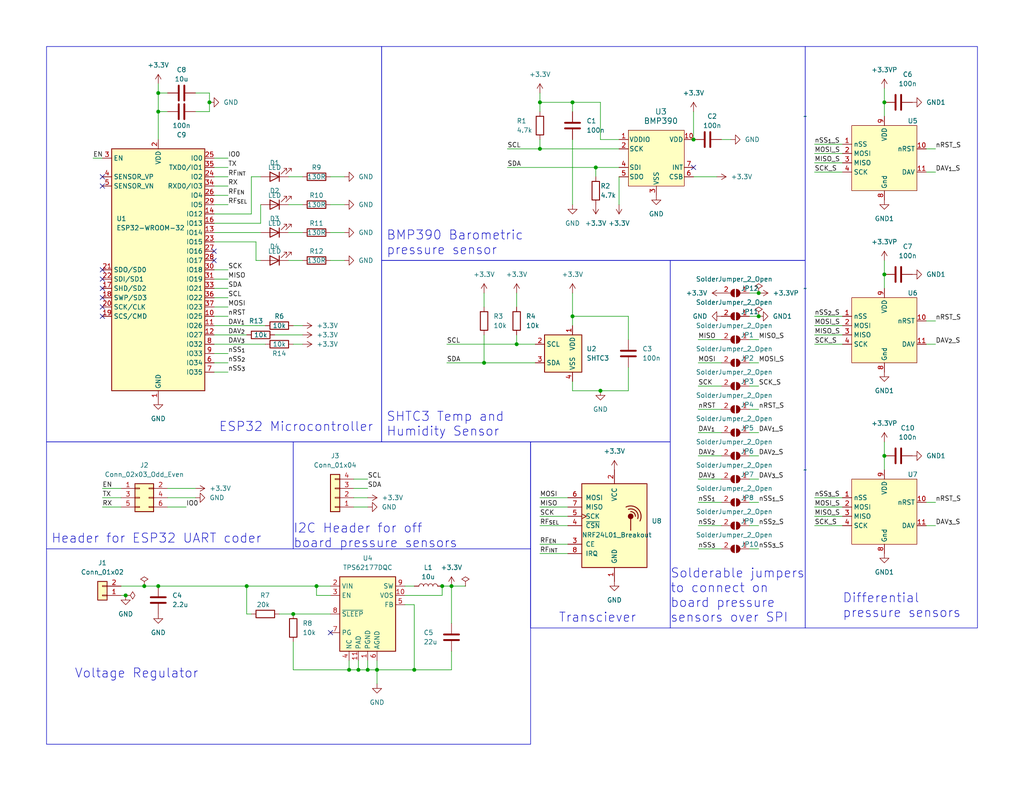
<source format=kicad_sch>
(kicad_sch (version 20230121) (generator eeschema)
  (paper "USLetter")
  (title_block (title "Weather Station Main Board") (date "2023-12-05") (rev "V_01"))
  (lib_symbols
    (symbol "2023-12-02_16-58-31:BMP390" (pin_names (offset 0.254))
      (property "Reference" "U" (at 21.59 6.35 0))
      (property "Value" "BMP390" (at 21.59 3.81 0))
      (symbol "BMP390_1_1"
        (pin power_in line (at 5.08 0 0) (length 2.54) (name "VDDIO") (number "1"))
        (pin power_in line (at 25.4 0 180) (length 2.54) (name "VDD") (number "10"))
        (pin input line (at 5.08 -2.54 0) (length 2.54) (name "SCK") (number "2"))
        (pin power_in line (at 15.24 -15.24 90) (length 2.54) (name "VSS") (number "3"))
        (pin bidirectional line (at 5.08 -7.62 0) (length 2.54) (name "SDI") (number "4"))
        (pin bidirectional line (at 5.08 -10.16 0) (length 2.54) (name "SDO") (number "5"))
        (pin input line (at 25.4 -10.16 180) (length 2.54) (name "CSB") (number "6"))
        (pin input line (at 25.4 -7.62 180) (length 2.54) (name "INT") (number "7"))
        (pin power_in line (at 15.24 -15.24 90) (length 2.54) hide (name "VSS") (number "8"))
        (pin power_in line (at 15.24 -15.24 90) (length 2.54) hide (name "VSS") (number "9"))
      )
    )
    (symbol "Connector_Generic:Conn_01x02" (pin_names (offset 1.016) hide)
      (property "Reference" "J" (at 0 2.54 0))
      (property "Value" "Conn_01x02" (at 0 -5.08 0))
      (symbol "Conn_01x02_1_1"
        (pin passive line (at -5.08 0 0) (length 3.81) (name "Pin_1") (number "1"))
        (pin passive line (at -5.08 -2.54 0) (length 3.81) (name "Pin_2") (number "2"))
      )
    )
    (symbol "Connector_Generic:Conn_01x04" (pin_names (offset 1.016) hide)
      (property "Reference" "J" (at 0 5.08 0))
      (property "Value" "Conn_01x04" (at 0 -7.62 0))
      (symbol "Conn_01x04_1_1"
        (pin passive line (at -5.08 2.54 0) (length 3.81) (name "Pin_1") (number "1"))
        (pin passive line (at -5.08 0 0) (length 3.81) (name "Pin_2") (number "2"))
        (pin passive line (at -5.08 -2.54 0) (length 3.81) (name "Pin_3") (number "3"))
        (pin passive line (at -5.08 -5.08 0) (length 3.81) (name "Pin_4") (number "4"))
      )
    )
    (symbol "Connector_Generic:Conn_02x03_Odd_Even" (pin_names (offset 1.016) hide)
      (property "Reference" "J" (at 1.27 5.08 0))
      (property "Value" "Conn_02x03_Odd_Even" (at 1.27 -5.08 0))
      (symbol "Conn_02x03_Odd_Even_1_1"
        (pin passive line (at -5.08 2.54 0) (length 3.81) (name "Pin_1") (number "1"))
        (pin passive line (at 7.62 2.54 180) (length 3.81) (name "Pin_2") (number "2"))
        (pin passive line (at -5.08 0 0) (length 3.81) (name "Pin_3") (number "3"))
        (pin passive line (at 7.62 0 180) (length 3.81) (name "Pin_4") (number "4"))
        (pin passive line (at -5.08 -2.54 0) (length 3.81) (name "Pin_5") (number "5"))
        (pin passive line (at 7.62 -2.54 180) (length 3.81) (name "Pin_6") (number "6"))
      )
    )
    (symbol "Device:C" (pin_numbers hide) (pin_names (offset 0.254))
      (property "Reference" "C" (at 0.635 2.54 0))
      (property "Value" "C" (at 0.635 -2.54 0))
      (symbol "C_1_1"
        (pin passive line (at 0 3.81 270) (length 2.794) (name "~") (number "1"))
        (pin passive line (at 0 -3.81 90) (length 2.794) (name "~") (number "2"))
      )
    )
    (symbol "Device:L" (pin_numbers hide) (pin_names (offset 1.016) hide)
      (property "Reference" "L" (at -1.27 0 90))
      (property "Value" "L" (at 1.905 0 90))
      (symbol "L_1_1"
        (pin passive line (at 0 3.81 270) (length 1.27) (name "1") (number "1"))
        (pin passive line (at 0 -3.81 90) (length 1.27) (name "2") (number "2"))
      )
    )
    (symbol "Device:LED" (pin_numbers hide) (pin_names (offset 1.016) hide)
      (property "Reference" "D" (at 0 2.54 0))
      (property "Value" "LED" (at 0 -2.54 0))
      (symbol "LED_1_1"
        (pin passive line (at -3.81 0 0) (length 2.54) (name "K") (number "1"))
        (pin passive line (at 3.81 0 180) (length 2.54) (name "A") (number "2"))
      )
    )
    (symbol "Device:R" (pin_numbers hide) (pin_names (offset 0))
      (property "Reference" "R" (at 2.032 0 90))
      (property "Value" "R" (at 0 0 90))
      (symbol "R_1_1"
        (pin passive line (at 0 3.81 270) (length 1.27) (name "~") (number "1"))
        (pin passive line (at 0 -3.81 90) (length 1.27) (name "~") (number "2"))
      )
    )
    (symbol "Jumper:SolderJumper_2_Open" (pin_names (offset 0) hide)
      (property "Reference" "JP" (at 0 2.032 0))
      (property "Value" "SolderJumper_2_Open" (at 0 -2.54 0))
      (symbol "SolderJumper_2_Open_1_1"
        (pin passive line (at -3.81 0 0) (length 2.54) (name "A") (number "1"))
        (pin passive line (at 3.81 0 180) (length 2.54) (name "B") (number "2"))
      )
    )
    (symbol "Mechanical:MountingHole" (pin_names (offset 1.016))
      (property "Reference" "H" (at 0 5.08 0))
      (property "Value" "MountingHole" (at 0 3.175 0))
    )
    (symbol "ND005:ND005"
      (property "Reference" "U" (at 7.62 10.16 0))
      (symbol "ND005_1_1"
        (pin input line (at -11.43 3.81 0) (length 2.54) (name "nSS") (number "1"))
        (pin input line (at 11.43 2.54 180) (length 2.54) (name "nRST") (number "10"))
        (pin output line (at 11.43 -3.81 180) (length 2.54) (name "DAV") (number "11"))
        (pin input line (at -11.43 1.27 0) (length 2.54) (name "MOSI") (number "2"))
        (pin bidirectional line (at -11.43 -1.27 0) (length 2.54) (name "MISO") (number "3"))
        (pin input line (at -11.43 -3.81 0) (length 2.54) (name "SCK") (number "4"))
        (pin no_connect line (at -1.27 2.54 180) (length 2.54) hide (name "DNC") (number "5"))
        (pin no_connect line (at -1.27 -2.54 180) (length 2.54) hide (name "DNC") (number "6"))
        (pin no_connect line (at -1.27 0 180) (length 2.54) hide (name "DNC") (number "7"))
        (pin power_in line (at 0 -11.43 90) (length 2.54) (name "Gnd") (number "8"))
        (pin power_in line (at 0 11.43 270) (length 2.54) (name "VDD") (number "9"))
      )
    )
    (symbol "RF:NRF24L01_Breakout" (pin_names (offset 1.016))
      (property "Reference" "U" (at -8.89 12.7 0))
      (property "Value" "NRF24L01_Breakout" (at 3.81 12.7 0))
      (symbol "NRF24L01_Breakout_1_1"
        (pin power_in line (at 0 -15.24 90) (length 3.81) (name "GND") (number "1"))
        (pin power_in line (at 0 15.24 270) (length 3.81) (name "VCC") (number "2"))
        (pin input line (at -12.7 -5.08 0) (length 3.81) (name "CE") (number "3"))
        (pin input line (at -12.7 0 0) (length 3.81) (name "~{CSN}") (number "4"))
        (pin input clock (at -12.7 2.54 0) (length 3.81) (name "SCK") (number "5"))
        (pin input line (at -12.7 7.62 0) (length 3.81) (name "MOSI") (number "6"))
        (pin output line (at -12.7 5.08 0) (length 3.81) (name "MISO") (number "7"))
        (pin output line (at -12.7 -7.62 0) (length 3.81) (name "IRQ") (number "8"))
      )
    )
    (symbol "RF_Module:ESP32-WROOM-32D"
      (property "Reference" "U" (at -12.7 34.29 0))
      (property "Value" "ESP32-WROOM-32D" (at 1.27 34.29 0))
      (symbol "ESP32-WROOM-32D_1_1"
        (pin power_in line (at 0 -35.56 90) (length 2.54) (name "GND") (number "1"))
        (pin bidirectional line (at 15.24 -12.7 180) (length 2.54) (name "IO25") (number "10"))
        (pin bidirectional line (at 15.24 -15.24 180) (length 2.54) (name "IO26") (number "11"))
        (pin bidirectional line (at 15.24 -17.78 180) (length 2.54) (name "IO27") (number "12"))
        (pin bidirectional line (at 15.24 10.16 180) (length 2.54) (name "IO14") (number "13"))
        (pin bidirectional line (at 15.24 15.24 180) (length 2.54) (name "IO12") (number "14"))
        (pin passive line (at 0 -35.56 90) (length 2.54) hide (name "GND") (number "15"))
        (pin bidirectional line (at 15.24 12.7 180) (length 2.54) (name "IO13") (number "16"))
        (pin bidirectional line (at -15.24 -5.08 0) (length 2.54) (name "SHD/SD2") (number "17"))
        (pin bidirectional line (at -15.24 -7.62 0) (length 2.54) (name "SWP/SD3") (number "18"))
        (pin bidirectional line (at -15.24 -12.7 0) (length 2.54) (name "SCS/CMD") (number "19"))
        (pin power_in line (at 0 35.56 270) (length 2.54) (name "VDD") (number "2"))
        (pin bidirectional line (at -15.24 -10.16 0) (length 2.54) (name "SCK/CLK") (number "20"))
        (pin bidirectional line (at -15.24 0 0) (length 2.54) (name "SDO/SD0") (number "21"))
        (pin bidirectional line (at -15.24 -2.54 0) (length 2.54) (name "SDI/SD1") (number "22"))
        (pin bidirectional line (at 15.24 7.62 180) (length 2.54) (name "IO15") (number "23"))
        (pin bidirectional line (at 15.24 25.4 180) (length 2.54) (name "IO2") (number "24"))
        (pin bidirectional line (at 15.24 30.48 180) (length 2.54) (name "IO0") (number "25"))
        (pin bidirectional line (at 15.24 20.32 180) (length 2.54) (name "IO4") (number "26"))
        (pin bidirectional line (at 15.24 5.08 180) (length 2.54) (name "IO16") (number "27"))
        (pin bidirectional line (at 15.24 2.54 180) (length 2.54) (name "IO17") (number "28"))
        (pin bidirectional line (at 15.24 17.78 180) (length 2.54) (name "IO5") (number "29"))
        (pin input line (at -15.24 30.48 0) (length 2.54) (name "EN") (number "3"))
        (pin bidirectional line (at 15.24 0 180) (length 2.54) (name "IO18") (number "30"))
        (pin bidirectional line (at 15.24 -2.54 180) (length 2.54) (name "IO19") (number "31"))
        (pin no_connect line (at -12.7 -27.94 0) (length 2.54) hide (name "NC") (number "32"))
        (pin bidirectional line (at 15.24 -5.08 180) (length 2.54) (name "IO21") (number "33"))
        (pin bidirectional line (at 15.24 22.86 180) (length 2.54) (name "RXD0/IO3") (number "34"))
        (pin bidirectional line (at 15.24 27.94 180) (length 2.54) (name "TXD0/IO1") (number "35"))
        (pin bidirectional line (at 15.24 -7.62 180) (length 2.54) (name "IO22") (number "36"))
        (pin bidirectional line (at 15.24 -10.16 180) (length 2.54) (name "IO23") (number "37"))
        (pin passive line (at 0 -35.56 90) (length 2.54) hide (name "GND") (number "38"))
        (pin passive line (at 0 -35.56 90) (length 2.54) hide (name "GND") (number "39"))
        (pin input line (at -15.24 25.4 0) (length 2.54) (name "SENSOR_VP") (number "4"))
        (pin input line (at -15.24 22.86 0) (length 2.54) (name "SENSOR_VN") (number "5"))
        (pin input line (at 15.24 -25.4 180) (length 2.54) (name "IO34") (number "6"))
        (pin input line (at 15.24 -27.94 180) (length 2.54) (name "IO35") (number "7"))
        (pin bidirectional line (at 15.24 -20.32 180) (length 2.54) (name "IO32") (number "8"))
        (pin bidirectional line (at 15.24 -22.86 180) (length 2.54) (name "IO33") (number "9"))
      )
    )
    (symbol "Regulator_Switching:TPS62177DQC"
      (property "Reference" "U" (at -7.62 11.43 0))
      (property "Value" "TPS62177DQC" (at -1.27 11.43 0))
      (symbol "TPS62177DQC_1_1"
        (pin power_in line (at 0 -12.7 90) (length 2.54) (name "PGND") (number "1"))
        (pin input line (at 10.16 5.08 180) (length 2.54) (name "VOS") (number "10"))
        (pin power_in line (at -2.54 -12.7 90) (length 2.54) (name "PAD") (number "11"))
        (pin power_in line (at -10.16 7.62 0) (length 2.54) (name "VIN") (number "2"))
        (pin input line (at -10.16 5.08 0) (length 2.54) (name "EN") (number "3"))
        (pin passive line (at -5.08 -12.7 90) (length 2.54) (name "NC") (number "4"))
        (pin input line (at 10.16 2.54 180) (length 2.54) (name "FB") (number "5"))
        (pin power_in line (at 2.54 -12.7 90) (length 2.54) (name "AGND") (number "6"))
        (pin output line (at -10.16 -5.08 0) (length 2.54) (name "PG") (number "7"))
        (pin input line (at -10.16 0 0) (length 2.54) (name "~{SLEEP}") (number "8"))
        (pin power_out line (at 10.16 7.62 180) (length 2.54) (name "SW") (number "9"))
      )
    )
    (symbol "Sensor_Humidity:SHTC3"
      (property "Reference" "U" (at -3.81 6.35 0))
      (property "Value" "SHTC3" (at -2.54 -6.35 0))
      (symbol "SHTC3_1_1"
        (pin power_in line (at 2.54 7.62 270) (length 2.54) (name "VDD") (number "1"))
        (pin input line (at -7.62 2.54 0) (length 2.54) (name "SCL") (number "2"))
        (pin bidirectional line (at -7.62 -2.54 0) (length 2.54) (name "SDA") (number "3"))
        (pin power_in line (at 2.54 -7.62 90) (length 2.54) (name "VSS") (number "4"))
        (pin no_connect line (at 5.08 0 180) (length 2.54) hide (name "NC") (number "5"))
      )
    )
    (symbol "power:+3.3V" (power) (pin_names (offset 0))
      (property "Value" "+3.3V" (at 0 3.556 0))
      (symbol "+3.3V_1_1"
        (pin power_in line (at 0 0 90) (length 0) hide (name "+3.3V") (number "1"))
      )
    )
    (symbol "power:+3.3VP" (power) (pin_names (offset 0))
      (property "Value" "+3.3VP" (at 0 2.54 0))
      (symbol "+3.3VP_0_0"
        (pin power_in line (at 0 0 90) (length 0) hide (name "+3.3VP") (number "1"))
      )
    )
    (symbol "power:GND" (power) (pin_names (offset 0))
      (property "Value" "GND" (at 0 -3.81 0))
      (symbol "GND_1_1"
        (pin power_in line (at 0 0 270) (length 0) hide (name "GND") (number "1"))
      )
    )
    (symbol "power:GND1" (power) (pin_names (offset 0))
      (property "Value" "GND1" (at 0 -3.81 0))
      (symbol "GND1_1_1"
        (pin power_in line (at 0 0 270) (length 0) hide (name "GND1") (number "1"))
      )
    )
    (symbol "power:PWR_FLAG" (power) (pin_numbers hide) (pin_names (offset 0) hide)
      (property "Value" "PWR_FLAG" (at 0 3.81 0))
      (symbol "PWR_FLAG_0_0"
        (pin power_out line (at 0 0 90) (length 0) (name "pwr") (number "1"))
      )
    )
  )
  (junction (at 162.56 45.72))
  (junction (at 43.18 30.48))
  (junction (at 39.37 160.02))
  (junction (at 156.21 86.36))
  (junction (at 67.31 160.02))
  (junction (at 147.32 27.94))
  (junction (at 97.79 182.88))
  (junction (at 34.29 162.56))
  (junction (at 80.01 167.64))
  (junction (at 241.3 74.93))
  (junction (at 189.23 38.1))
  (junction (at 57.15 27.94))
  (junction (at 147.32 40.64))
  (junction (at 95.25 182.88))
  (junction (at 132.08 99.06))
  (junction (at 43.18 25.4))
  (junction (at 207.01 86.36))
  (junction (at 163.83 106.68))
  (junction (at 241.3 124.46))
  (junction (at 207.01 80.01))
  (junction (at 43.18 160.02))
  (junction (at 123.19 160.02))
  (junction (at 120.65 160.02))
  (junction (at 140.97 93.98))
  (junction (at 86.36 160.02))
  (junction (at 241.3 27.94))
  (junction (at 102.87 182.88))
  (junction (at 100.33 182.88))
  (junction (at 156.21 27.94))
  (junction (at 113.03 182.88))
  (no_connect (at 58.42 71.12))
  (no_connect (at 58.42 68.58))
  (no_connect (at 27.94 50.8))
  (no_connect (at 27.94 76.2))
  (no_connect (at 27.94 73.66))
  (no_connect (at 27.94 81.28))
  (no_connect (at 27.94 83.82))
  (no_connect (at 27.94 86.36))
  (no_connect (at 189.23 45.72))
  (no_connect (at 27.94 48.26))
  (no_connect (at 90.17 172.72))
  (no_connect (at 27.94 78.74))
  (wire (pts (xy 121.92 93.98) (xy 140.97 93.98)))
  (wire (pts (xy 110.49 162.56) (xy 120.65 162.56)))
  (wire (pts (xy 222.25 140.97) (xy 229.87 140.97)))
  (wire (pts (xy 80.01 175.26) (xy 80.01 182.88)))
  (wire (pts (xy 204.47 111.76) (xy 207.01 111.76)))
  (wire (pts (xy 123.19 160.02) (xy 127 160.02)))
  (wire (pts (xy 140.97 80.01) (xy 140.97 83.82)))
  (wire (pts (xy 45.72 25.4) (xy 43.18 25.4)))
  (wire (pts (xy 171.45 100.33) (xy 171.45 106.68)))
  (wire (pts (xy 190.5 118.11) (xy 196.85 118.11)))
  (wire (pts (xy 162.56 45.72) (xy 168.91 45.72)))
  (wire (pts (xy 132.08 91.44) (xy 132.08 99.06)))
  (wire (pts (xy 222.25 88.9) (xy 229.87 88.9)))
  (wire (pts (xy 58.42 63.5) (xy 71.12 63.5)))
  (wire (pts (xy 163.83 27.94) (xy 156.21 27.94)))
  (wire (pts (xy 33.02 160.02) (xy 39.37 160.02)))
  (wire (pts (xy 252.73 46.99) (xy 255.27 46.99)))
  (wire (pts (xy 222.25 138.43) (xy 229.87 138.43)))
  (wire (pts (xy 102.87 182.88) (xy 102.87 186.69)))
  (wire (pts (xy 53.34 25.4) (xy 57.15 25.4)))
  (wire (pts (xy 39.37 160.02) (xy 43.18 160.02)))
  (wire (pts (xy 147.32 40.64) (xy 168.91 40.64)))
  (wire (pts (xy 156.21 38.1) (xy 156.21 55.88)))
  (wire (pts (xy 58.42 73.66) (xy 62.23 73.66)))
  (wire (pts (xy 71.12 60.96) (xy 71.12 55.88)))
  (wire (pts (xy 58.42 50.8) (xy 62.23 50.8)))
  (wire (pts (xy 58.42 45.72) (xy 62.23 45.72)))
  (wire (pts (xy 33.02 162.56) (xy 34.29 162.56)))
  (wire (pts (xy 68.58 58.42) (xy 68.58 48.26)))
  (wire (pts (xy 147.32 151.13) (xy 154.94 151.13)))
  (wire (pts (xy 241.3 27.94) (xy 241.3 31.75)))
  (wire (pts (xy 100.33 182.88) (xy 102.87 182.88)))
  (wire (pts (xy 27.94 138.43) (xy 33.02 138.43)))
  (wire (pts (xy 252.73 93.98) (xy 255.27 93.98)))
  (wire (pts (xy 222.25 44.45) (xy 229.87 44.45)))
  (wire (pts (xy 241.3 74.93) (xy 241.3 78.74)))
  (wire (pts (xy 156.21 86.36) (xy 171.45 86.36)))
  (wire (pts (xy 204.47 105.41) (xy 207.01 105.41)))
  (wire (pts (xy 147.32 138.43) (xy 154.94 138.43)))
  (wire (pts (xy 90.17 63.5) (xy 93.98 63.5)))
  (wire (pts (xy 252.73 137.16) (xy 255.27 137.16)))
  (wire (pts (xy 156.21 86.36) (xy 156.21 88.9)))
  (wire (pts (xy 74.93 91.44) (xy 82.55 91.44)))
  (wire (pts (xy 58.42 88.9) (xy 72.39 88.9)))
  (wire (pts (xy 241.3 124.46) (xy 241.3 128.27)))
  (wire (pts (xy 53.34 30.48) (xy 57.15 30.48)))
  (wire (pts (xy 86.36 160.02) (xy 86.36 162.56)))
  (wire (pts (xy 67.31 160.02) (xy 86.36 160.02)))
  (wire (pts (xy 97.79 182.88) (xy 100.33 182.88)))
  (wire (pts (xy 163.83 27.94) (xy 163.83 38.1)))
  (wire (pts (xy 140.97 93.98) (xy 146.05 93.98)))
  (wire (pts (xy 25.4 43.18) (xy 27.94 43.18)))
  (wire (pts (xy 140.97 91.44) (xy 140.97 93.98)))
  (wire (pts (xy 43.18 25.4) (xy 43.18 30.48)))
  (wire (pts (xy 58.42 96.52) (xy 62.23 96.52)))
  (wire (pts (xy 67.31 160.02) (xy 67.31 167.64)))
  (wire (pts (xy 147.32 38.1) (xy 147.32 40.64)))
  (wire (pts (xy 62.23 81.28) (xy 58.42 81.28)))
  (wire (pts (xy 190.5 111.76) (xy 196.85 111.76)))
  (wire (pts (xy 222.25 39.37) (xy 229.87 39.37)))
  (wire (pts (xy 147.32 143.51) (xy 154.94 143.51)))
  (wire (pts (xy 190.5 105.41) (xy 196.85 105.41)))
  (wire (pts (xy 222.25 46.99) (xy 229.87 46.99)))
  (wire (pts (xy 45.72 138.43) (xy 50.8 138.43)))
  (wire (pts (xy 110.49 160.02) (xy 113.03 160.02)))
  (wire (pts (xy 43.18 160.02) (xy 67.31 160.02)))
  (wire (pts (xy 222.25 41.91) (xy 229.87 41.91)))
  (wire (pts (xy 162.56 45.72) (xy 162.56 48.26)))
  (wire (pts (xy 138.43 40.64) (xy 147.32 40.64)))
  (wire (pts (xy 190.5 143.51) (xy 196.85 143.51)))
  (wire (pts (xy 27.94 133.35) (xy 33.02 133.35)))
  (wire (pts (xy 222.25 91.44) (xy 229.87 91.44)))
  (wire (pts (xy 222.25 93.98) (xy 229.87 93.98)))
  (wire (pts (xy 58.42 53.34) (xy 62.23 53.34)))
  (wire (pts (xy 102.87 180.34) (xy 102.87 182.88)))
  (wire (pts (xy 80.01 167.64) (xy 90.17 167.64)))
  (wire (pts (xy 138.43 45.72) (xy 162.56 45.72)))
  (wire (pts (xy 171.45 86.36) (xy 171.45 92.71)))
  (wire (pts (xy 57.15 30.48) (xy 57.15 27.94)))
  (wire (pts (xy 156.21 104.14) (xy 156.21 106.68)))
  (wire (pts (xy 58.42 101.6) (xy 62.23 101.6)))
  (wire (pts (xy 96.52 133.35) (xy 100.33 133.35)))
  (wire (pts (xy 132.08 99.06) (xy 146.05 99.06)))
  (wire (pts (xy 189.23 48.26) (xy 195.58 48.26)))
  (wire (pts (xy 132.08 80.01) (xy 132.08 83.82)))
  (wire (pts (xy 204.47 130.81) (xy 207.01 130.81)))
  (wire (pts (xy 123.19 160.02) (xy 123.19 170.18)))
  (wire (pts (xy 113.03 182.88) (xy 123.19 182.88)))
  (wire (pts (xy 123.19 177.8) (xy 123.19 182.88)))
  (wire (pts (xy 78.74 55.88) (xy 82.55 55.88)))
  (wire (pts (xy 241.3 120.65) (xy 241.3 124.46)))
  (wire (pts (xy 168.91 55.88) (xy 168.91 48.26)))
  (wire (pts (xy 189.23 30.48) (xy 189.23 38.1)))
  (wire (pts (xy 147.32 140.97) (xy 154.94 140.97)))
  (wire (pts (xy 241.3 24.13) (xy 241.3 27.94)))
  (wire (pts (xy 190.5 92.71) (xy 196.85 92.71)))
  (wire (pts (xy 95.25 182.88) (xy 97.79 182.88)))
  (wire (pts (xy 147.32 135.89) (xy 154.94 135.89)))
  (wire (pts (xy 113.03 165.1) (xy 113.03 182.88)))
  (wire (pts (xy 58.42 48.26) (xy 62.23 48.26)))
  (wire (pts (xy 43.18 30.48) (xy 43.18 38.1)))
  (wire (pts (xy 58.42 60.96) (xy 71.12 60.96)))
  (wire (pts (xy 95.25 180.34) (xy 95.25 182.88)))
  (wire (pts (xy 69.85 71.12) (xy 71.12 71.12)))
  (wire (pts (xy 27.94 135.89) (xy 33.02 135.89)))
  (wire (pts (xy 57.15 25.4) (xy 57.15 27.94)))
  (wire (pts (xy 190.5 137.16) (xy 196.85 137.16)))
  (wire (pts (xy 190.5 99.06) (xy 196.85 99.06)))
  (wire (pts (xy 78.74 71.12) (xy 82.55 71.12)))
  (wire (pts (xy 222.25 135.89) (xy 229.87 135.89)))
  (wire (pts (xy 252.73 143.51) (xy 255.27 143.51)))
  (wire (pts (xy 86.36 160.02) (xy 90.17 160.02)))
  (wire (pts (xy 43.18 22.86) (xy 43.18 25.4)))
  (wire (pts (xy 163.83 106.68) (xy 156.21 106.68)))
  (wire (pts (xy 76.2 167.64) (xy 80.01 167.64)))
  (wire (pts (xy 78.74 63.5) (xy 82.55 63.5)))
  (wire (pts (xy 90.17 162.56) (xy 86.36 162.56)))
  (wire (pts (xy 58.42 93.98) (xy 72.39 93.98)))
  (wire (pts (xy 120.65 160.02) (xy 120.65 162.56)))
  (wire (pts (xy 204.47 86.36) (xy 207.01 86.36)))
  (wire (pts (xy 190.5 124.46) (xy 196.85 124.46)))
  (wire (pts (xy 113.03 165.1) (xy 110.49 165.1)))
  (wire (pts (xy 156.21 27.94) (xy 156.21 30.48)))
  (wire (pts (xy 241.3 71.12) (xy 241.3 74.93)))
  (wire (pts (xy 147.32 30.48) (xy 147.32 27.94)))
  (wire (pts (xy 252.73 40.64) (xy 255.27 40.64)))
  (wire (pts (xy 58.42 55.88) (xy 62.23 55.88)))
  (wire (pts (xy 204.47 143.51) (xy 207.01 143.51)))
  (wire (pts (xy 190.5 130.81) (xy 196.85 130.81)))
  (wire (pts (xy 96.52 138.43) (xy 100.33 138.43)))
  (wire (pts (xy 90.17 71.12) (xy 93.98 71.12)))
  (wire (pts (xy 58.42 66.04) (xy 69.85 66.04)))
  (wire (pts (xy 80.01 93.98) (xy 82.55 93.98)))
  (wire (pts (xy 204.47 92.71) (xy 207.01 92.71)))
  (wire (pts (xy 156.21 27.94) (xy 147.32 27.94)))
  (wire (pts (xy 80.01 88.9) (xy 82.55 88.9)))
  (wire (pts (xy 252.73 87.63) (xy 255.27 87.63)))
  (wire (pts (xy 68.58 48.26) (xy 71.12 48.26)))
  (wire (pts (xy 69.85 71.12) (xy 69.85 66.04)))
  (wire (pts (xy 68.58 58.42) (xy 58.42 58.42)))
  (wire (pts (xy 204.47 137.16) (xy 207.01 137.16)))
  (wire (pts (xy 204.47 99.06) (xy 207.01 99.06)))
  (wire (pts (xy 190.5 149.86) (xy 196.85 149.86)))
  (wire (pts (xy 58.42 86.36) (xy 62.23 86.36)))
  (wire (pts (xy 156.21 80.01) (xy 156.21 86.36)))
  (wire (pts (xy 45.72 133.35) (xy 53.34 133.35)))
  (wire (pts (xy 222.25 86.36) (xy 229.87 86.36)))
  (wire (pts (xy 163.83 38.1) (xy 168.91 38.1)))
  (wire (pts (xy 204.47 80.01) (xy 207.01 80.01)))
  (wire (pts (xy 121.92 99.06) (xy 132.08 99.06)))
  (wire (pts (xy 97.79 180.34) (xy 97.79 182.88)))
  (wire (pts (xy 90.17 55.88) (xy 93.98 55.88)))
  (wire (pts (xy 100.33 180.34) (xy 100.33 182.88)))
  (wire (pts (xy 80.01 182.88) (xy 95.25 182.88)))
  (wire (pts (xy 102.87 182.88) (xy 113.03 182.88)))
  (wire (pts (xy 43.18 30.48) (xy 45.72 30.48)))
  (wire (pts (xy 96.52 135.89) (xy 100.33 135.89)))
  (wire (pts (xy 96.52 130.81) (xy 100.33 130.81)))
  (wire (pts (xy 67.31 167.64) (xy 68.58 167.64)))
  (wire (pts (xy 204.47 118.11) (xy 207.01 118.11)))
  (wire (pts (xy 58.42 83.82) (xy 62.23 83.82)))
  (wire (pts (xy 58.42 99.06) (xy 62.23 99.06)))
  (wire (pts (xy 222.25 143.51) (xy 229.87 143.51)))
  (wire (pts (xy 204.47 124.46) (xy 207.01 124.46)))
  (wire (pts (xy 58.42 78.74) (xy 62.23 78.74)))
  (wire (pts (xy 147.32 25.4) (xy 147.32 27.94)))
  (wire (pts (xy 123.19 160.02) (xy 120.65 160.02)))
  (wire (pts (xy 58.42 43.18) (xy 62.23 43.18)))
  (wire (pts (xy 147.32 148.59) (xy 154.94 148.59)))
  (wire (pts (xy 171.45 106.68) (xy 163.83 106.68)))
  (wire (pts (xy 90.17 48.26) (xy 93.98 48.26)))
  (wire (pts (xy 204.47 149.86) (xy 207.01 149.86)))
  (wire (pts (xy 58.42 91.44) (xy 67.31 91.44)))
  (wire (pts (xy 45.72 135.89) (xy 53.34 135.89)))
  (wire (pts (xy 58.42 76.2) (xy 62.23 76.2)))
  (wire (pts (xy 196.85 38.1) (xy 199.39 38.1)))
  (wire (pts (xy 78.74 48.26) (xy 82.55 48.26)))
  (rectangle (start 104.14 71.12) (end 182.88 120.65))
  (rectangle (start 104.14 12.7) (end 219.71 71.12))
  (rectangle (start 219.71 12.7) (end 266.7 171.45))
  (rectangle (start 12.7 149.86) (end 144.78 203.2))
  (rectangle (start 182.88 71.12) (end 219.71 171.45))
  (rectangle (start 80.01 120.65) (end 144.78 149.86))
  (rectangle (start 12.7 12.7) (end 104.14 120.65))
  (rectangle (start 144.78 120.65) (end 182.88 171.45))
  (rectangle (start 12.7 120.65) (end 80.01 149.86))
  (text "Header for ESP32 UART coder" (at 13.97 148.59 0) (effects (font (size 2.5 2.5)) (justify left bottom)))
  (text "I2C Header for off \nboard pressure sensors" (at 80.01 149.86 0) (effects (font (size 2.5 2.5)) (justify left bottom)))
  (text "Transciever\n" (at 152.4 170.18 0) (effects (font (size 2.5 2.5)) (justify left bottom)))
  (text "ESP32 Microcontroller" (at 59.69 118.11 0) (effects (font (size 2.5 2.5)) (justify left bottom)))
  (text "Solderable jumpers\nto connect on \nboard pressure\nsensors over SPI\n" (at 182.88 170.18 0) (effects (font (size 2.5 2.5)) (justify left bottom)))
  (text "Voltage Regulator" (at 20.32 185.42 0) (effects (font (size 2.5 2.5)) (justify left bottom)))
  (text "Differential \npressure sensors\n" (at 229.87 168.91 0) (effects (font (size 2.5 2.5)) (justify left bottom)))
  (text "BMP390 Barometric \npressure sensor" (at 105.41 69.85 0) (effects (font (size 2.5 2.5)) (justify left bottom)))
  (text "SHTC3 Temp and \nHumidity Sensor" (at 105.41 119.38 0) (effects (font (size 2.5 2.5)) (justify left bottom)))
  (label "nSS_{1}_S" (at 222.25 39.37 0))
  (label "SCK_S" (at 222.25 143.51 0))
  (label "SCK" (at 190.5 105.41 0))
  (label "DAV_{1}" (at 62.23 88.9 0))
  (label "nRST_S" (at 255.27 137.16 0))
  (label "nRST_S" (at 207.01 111.76 0))
  (label "MISO" (at 190.5 92.71 0))
  (label "DAV_{3}" (at 62.23 93.98 0))
  (label "RF_{SEL}" (at 147.32 143.51 0))
  (label "MOSI_S" (at 222.25 41.91 0))
  (label "RF_{EN}" (at 62.23 53.34 0))
  (label "RF_{INT}" (at 147.32 151.13 0))
  (label "MOSI_S" (at 222.25 88.9 0))
  (label "RX" (at 62.23 50.8 0))
  (label "DAV_{2}_S" (at 255.27 93.98 0))
  (label "SCK_S" (at 207.01 105.41 0))
  (label "DAV_{1}_S" (at 255.27 46.99 0))
  (label "MOSI_S" (at 207.01 99.06 0))
  (label "MISO_S" (at 207.01 92.71 0))
  (label "SCK" (at 62.23 73.66 0))
  (label "nRST" (at 62.23 86.36 0))
  (label "nSS_{3}" (at 190.5 149.86 0))
  (label "DAV_{2}_S" (at 207.01 124.46 0))
  (label "nSS_{1}_S" (at 207.01 137.16 0))
  (label "EN" (at 25.4 43.18 0))
  (label "SCK_S" (at 222.25 46.99 0))
  (label "MOSI" (at 62.23 83.82 0))
  (label "DAV_{2}" (at 190.5 124.46 0))
  (label "MOSI" (at 147.32 135.89 0))
  (label "DAV_{1}_S" (at 207.01 118.11 0))
  (label "RF_{SEL}" (at 62.23 55.88 0))
  (label "nRST_S" (at 255.27 87.63 0))
  (label "IO0" (at 50.8 138.43 0))
  (label "SCL" (at 62.23 81.28 0))
  (label "SCK" (at 147.32 140.97 0))
  (label "SCL" (at 100.33 130.81 0))
  (label "MOSI_S" (at 222.25 138.43 0))
  (label "DAV_{3}_S" (at 207.01 130.81 0))
  (label "MISO" (at 62.23 76.2 0))
  (label "DAV_{3}_S" (at 255.27 143.51 0))
  (label "SCK_S" (at 222.25 93.98 0))
  (label "nSS_{3}_S" (at 207.01 149.86 0))
  (label "DAV_{3}" (at 190.5 130.81 0))
  (label "SDA" (at 138.43 45.72 0))
  (label "TX" (at 62.23 45.72 0))
  (label "MISO_S" (at 222.25 140.97 0))
  (label "MISO" (at 147.32 138.43 0))
  (label "SDA" (at 100.33 133.35 0))
  (label "nSS_{1}" (at 190.5 137.16 0))
  (label "nRST_S" (at 255.27 40.64 0))
  (label "nRST" (at 190.5 111.76 0))
  (label "SCL" (at 121.92 93.98 0))
  (label "RF_{EN}" (at 147.32 148.59 0))
  (label "TX" (at 27.94 135.89 0))
  (label "MOSI" (at 190.5 99.06 0))
  (label "DAV_{2}" (at 62.23 91.44 0))
  (label "DAV_{1}" (at 190.5 118.11 0))
  (label "SDA" (at 62.23 78.74 0))
  (label "nSS_{2}" (at 62.23 99.06 0))
  (label "nSS_{2}_S" (at 207.01 143.51 0))
  (label "MISO_S" (at 222.25 44.45 0))
  (label "RX" (at 27.94 138.43 0))
  (label "SCL" (at 138.43 40.64 0))
  (label "IO0" (at 62.23 43.18 0))
  (label "RF_{INT}" (at 62.23 48.26 0))
  (label "SDA" (at 121.92 99.06 0))
  (label "nSS_{3}_S" (at 222.25 135.89 0))
  (label "nSS_{3}" (at 62.23 101.6 0))
  (label "MISO_S" (at 222.25 91.44 0))
  (label "nSS_{2}_S" (at 222.25 86.36 0))
  (label "nSS_{2}" (at 190.5 143.51 0))
  (label "EN" (at 27.94 133.35 0))
  (label "nSS_{1}" (at 62.23 96.52 0))
  (symbol (lib_id "power:GND1") (at 241.3 101.6 0) (unit 1)
    (property "Reference" "#PWR044" (effects hide))
    (property "Value" "GND1" (at 241.3 106.68 0))
  )
  (symbol (lib_id "power:GND") (at 57.15 27.94 90) (unit 1)
    (property "Reference" "#PWR024" (effects hide))
    (property "Value" "GND" (at 60.96 27.94 90) (effects (justify right)))
  )
  (symbol (lib_id "Device:R") (at 147.32 34.29 0) (unit 1)
    (property "Reference" "R1" (at 140.97 33.02 0) (effects (justify left)))
    (property "Value" "4.7k" (at 140.97 35.56 0) (effects (justify left)))
    (property "Footprint" "Resistor_SMD:R_0603_1608Metric" (effects hide))
  )
  (symbol (lib_id "power:+3.3V") (at 195.58 48.26 270) (unit 1)
    (property "Reference" "#PWR013" (effects hide))
    (property "Value" "+3.3V" (at 199.39 48.26 90) (effects (justify left)))
  )
  (symbol (lib_id "Connector_Generic:Conn_01x04") (at 91.44 135.89 180) (unit 1)
    (property "Reference" "J3" (at 91.44 124.46 0))
    (property "Value" "Conn_01x04" (at 91.44 127 0))
    (property "Footprint" "Connector_PinSocket_2.54mm:PinSocket_1x04_P2.54mm_Vertical" (effects hide))
  )
  (symbol (lib_id "power:+3.3V") (at 53.34 133.35 270) (unit 1)
    (property "Reference" "#PWR026" (effects hide))
    (property "Value" "+3.3V" (at 57.15 133.35 90) (effects (justify left)))
  )
  (symbol (lib_id "Device:C") (at 49.53 30.48 270) (unit 1)
    (property "Reference" "C9" (at 49.53 36.83 90))
    (property "Value" "100n" (at 49.53 34.29 90))
    (property "Footprint" "Capacitor_SMD:C_0603_1608Metric" (effects hide))
  )
  (symbol (lib_id "power:+3.3V") (at 189.23 30.48 0) (unit 1)
    (property "Reference" "#PWR04" (effects hide))
    (property "Value" "+3.3V" (at 189.23 25.4 0))
  )
  (symbol (lib_id "power:GND") (at 102.87 186.69 0) (unit 1)
    (property "Reference" "#PWR017" (effects hide))
    (property "Value" "GND" (at 102.87 191.77 0))
  )
  (symbol (lib_id "Device:R") (at 86.36 48.26 90) (unit 1)
    (property "Reference" "R9" (at 86.36 45.72 90))
    (property "Value" "130R" (at 86.36 48.26 90))
    (property "Footprint" "Resistor_SMD:R_0603_1608Metric" (effects hide))
  )
  (symbol (lib_id "power:+3.3V") (at 43.18 22.86 0) (unit 1)
    (property "Reference" "#PWR014" (effects hide))
    (property "Value" "+3.3V" (at 43.18 17.78 0))
  )
  (symbol (lib_id "power:GND1") (at 248.92 27.94 90) (unit 1)
    (property "Reference" "#PWR034" (effects hide))
    (property "Value" "GND1" (at 252.73 27.94 90) (effects (justify right)))
  )
  (symbol (lib_id "Jumper:SolderJumper_2_Open") (at 200.66 143.51 180) (unit 1) (in_bom no)
    (property "Reference" "JP9" (at 205.74 142.24 0) (effects (justify left)))
    (property "Value" "SolderJumper_2_Open" (at 210.82 139.7 0) (effects (justify left)))
    (property "Footprint" "Jumper:SolderJumper-2_P1.3mm_Open_RoundedPad1.0x1.5mm" (effects hide))
  )
  (symbol (lib_id "power:+3.3VP") (at 241.3 120.65 0) (unit 1)
    (property "Reference" "#PWR047" (effects hide))
    (property "Value" "+3.3VP" (at 241.3 115.57 0))
  )
  (symbol (lib_id "Regulator_Switching:TPS62177DQC") (at 100.33 167.64 0) (unit 1)
    (property "Reference" "U4" (at 100.33 152.4 0))
    (property "Value" "TPS62177DQC" (at 100.33 154.94 0))
    (property "Footprint" "Package_SON:WSON-10-1EP_2x3mm_P0.5mm_EP0.84x2.4mm_ThermalVias" (effects hide))
    (property "Datasheet" "http://www.ti.com/lit/ds/symlink/tps62177.pdf" (effects hide))
  )
  (symbol (lib_id "Device:C") (at 245.11 27.94 90) (unit 1)
    (property "Reference" "C6" (at 247.65 20.32 90))
    (property "Value" "100n" (at 247.65 22.86 90))
    (property "Footprint" "Capacitor_SMD:C_0603_1608Metric" (effects hide))
  )
  (symbol (lib_id "ND005:ND005") (at 241.3 90.17 0) (unit 1)
    (property "Reference" "U6" (at 247.65 80.01 0) (effects (justify left)))
    (property "Value" "~" (at 219.71 78.74 0))
    (property "Footprint" "pressureSensorFootprintLibrary:HV120SM02C" (effects hide))
  )
  (symbol (lib_id "ND005:ND005") (at 241.3 43.18 0) (unit 1)
    (property "Reference" "U5" (at 247.65 33.02 0) (effects (justify left)))
    (property "Value" "~" (at 219.71 31.75 0))
    (property "Footprint" "pressureSensorFootprintLibrary:HV120SM02C" (effects hide))
  )
  (symbol (lib_id "power:+3.3VP") (at 241.3 71.12 0) (unit 1)
    (property "Reference" "#PWR035" (effects hide))
    (property "Value" "+3.3VP" (at 241.3 66.04 0))
  )
  (symbol (lib_id "Device:C") (at 193.04 38.1 90) (unit 1)
    (property "Reference" "C2" (at 194.31 31.75 90))
    (property "Value" "100n" (at 194.31 34.29 90))
    (property "Footprint" "Capacitor_SMD:C_0603_1608Metric" (effects hide))
  )
  (symbol (lib_id "power:PWR_FLAG") (at 34.29 162.56 270) (unit 1)
    (property "Reference" "#FLG02" (effects hide))
    (property "Value" "PWR_FLAG" (effects hide))
  )
  (symbol (lib_id "Jumper:SolderJumper_2_Open") (at 200.66 149.86 180) (unit 1) (in_bom no)
    (property "Reference" "JP10" (at 207.01 148.59 0) (effects (justify left)))
    (property "Value" "SolderJumper_2_Open" (at 210.82 146.05 0) (effects (justify left)))
    (property "Footprint" "Jumper:SolderJumper-2_P1.3mm_Open_RoundedPad1.0x1.5mm" (effects hide))
  )
  (symbol (lib_id "power:GND") (at 43.18 167.64 0) (unit 1)
    (property "Reference" "#PWR016" (effects hide))
    (property "Value" "GND" (at 43.18 172.72 0))
  )
  (symbol (lib_id "power:PWR_FLAG") (at 127 160.02 0) (unit 1)
    (property "Reference" "#FLG01" (effects hide))
    (property "Value" "PWR_FLAG" (effects hide))
  )
  (symbol (lib_id "power:+3.3V") (at 140.97 80.01 0) (unit 1)
    (property "Reference" "#PWR012" (effects hide))
    (property "Value" "+3.3V" (at 140.97 74.93 0))
  )
  (symbol (lib_id "Device:R") (at 86.36 63.5 90) (unit 1)
    (property "Reference" "R11" (at 86.36 60.96 90))
    (property "Value" "130R" (at 86.36 63.5 90))
    (property "Footprint" "Resistor_SMD:R_0603_1608Metric" (effects hide))
  )
  (symbol (lib_id "Device:R") (at 132.08 87.63 0) (unit 1)
    (property "Reference" "R3" (at 134.62 86.36 0) (effects (justify left)))
    (property "Value" "10k" (at 134.62 88.9 0) (effects (justify left)))
    (property "Footprint" "Resistor_SMD:R_0603_1608Metric" (effects hide))
  )
  (symbol (lib_id "power:+3.3V") (at 156.21 80.01 0) (unit 1)
    (property "Reference" "#PWR05" (effects hide))
    (property "Value" "+3.3V" (at 156.21 74.93 0))
  )
  (symbol (lib_id "Jumper:SolderJumper_2_Open") (at 200.66 80.01 180) (unit 1) (in_bom no)
    (property "Reference" "JP12" (at 207.01 78.74 0) (effects (justify left)))
    (property "Value" "SolderJumper_2_Open" (at 210.82 76.2 0) (effects (justify left)))
    (property "Footprint" "Jumper:SolderJumper-2_P1.3mm_Open_RoundedPad1.0x1.5mm" (effects hide))
  )
  (symbol (lib_id "Connector_Generic:Conn_02x03_Odd_Even") (at 38.1 135.89 0) (unit 1)
    (property "Reference" "J2" (at 39.37 127 0))
    (property "Value" "Conn_02x03_Odd_Even" (at 39.37 129.54 0))
    (property "Footprint" "Connector_IDC:IDC-Header_2x03_P2.54mm_Vertical" (effects hide))
  )
  (symbol (lib_id "power:GND") (at 163.83 106.68 0) (unit 1)
    (property "Reference" "#PWR02" (effects hide))
    (property "Value" "GND" (at 163.83 111.76 0))
  )
  (symbol (lib_id "power:GND1") (at 248.92 124.46 90) (unit 1)
    (property "Reference" "#PWR021" (effects hide))
    (property "Value" "GND1" (at 252.73 124.46 90) (effects (justify right)))
  )
  (symbol (lib_id "power:GND1") (at 207.01 86.36 90) (unit 1)
    (property "Reference" "#PWR043" (effects hide))
    (property "Value" "GND1" (at 210.82 86.36 90) (effects (justify right)))
  )
  (symbol (lib_id "2023-12-02_16-58-31:BMP390") (at 163.83 38.1 0) (unit 1)
    (property "Reference" "U3" (at 180.34 30.48 0) (effects (font (size 1.524 1.524))))
    (property "Value" "BMP390" (at 180.34 33.02 0) (effects (font (size 1.524 1.524))))
    (property "Footprint" "LGA10_BMP390_BOS" (effects hide))
    (property "Datasheet" "BMP390" (effects hide))
  )
  (symbol (lib_id "power:+3.3V") (at 123.19 160.02 0) (unit 1)
    (property "Reference" "#PWR018" (effects hide))
    (property "Value" "+3.3V" (at 123.19 154.94 0))
  )
  (symbol (lib_id "Device:R") (at 80.01 171.45 0) (unit 1)
    (property "Reference" "R8" (at 82.55 170.18 0) (effects (justify left)))
    (property "Value" "10k" (at 82.55 172.72 0) (effects (justify left)))
    (property "Footprint" "Resistor_SMD:R_0603_1608Metric" (effects hide))
  )
  (symbol (lib_id "Device:C") (at 156.21 34.29 0) (unit 1)
    (property "Reference" "C1" (at 160.02 33.02 0) (effects (justify left)))
    (property "Value" "100n" (at 160.02 35.56 0) (effects (justify left)))
    (property "Footprint" "Capacitor_SMD:C_0603_1608Metric" (effects hide))
  )
  (symbol (lib_id "Device:LED") (at 74.93 63.5 180) (unit 1)
    (property "Reference" "D3" (at 74.93 59.69 0))
    (property "Value" "LED" (at 74.93 60.96 0))
    (property "Footprint" "LED_SMD:LED_0805_2012Metric" (effects hide))
  )
  (symbol (lib_id "power:+3.3VP") (at 207.01 80.01 270) (unit 1)
    (property "Reference" "#PWR032" (effects hide))
    (property "Value" "+3.3VP" (at 210.82 80.01 90) (effects (justify left)))
  )
  (symbol (lib_id "power:GND") (at 43.18 109.22 0) (unit 1)
    (property "Reference" "#PWR03" (effects hide))
    (property "Value" "GND" (at 43.18 114.3 0))
  )
  (symbol (lib_id "power:GND1") (at 248.92 74.93 90) (unit 1)
    (property "Reference" "#PWR031" (effects hide))
    (property "Value" "GND1" (at 252.73 74.93 90) (effects (justify right)))
  )
  (symbol (lib_id "power:GND") (at 93.98 71.12 90) (unit 1)
    (property "Reference" "#PWR025" (effects hide))
    (property "Value" "GND" (at 97.79 71.12 90) (effects (justify right)))
  )
  (symbol (lib_id "Device:C") (at 245.11 124.46 90) (unit 1)
    (property "Reference" "C10" (at 247.65 116.84 90))
    (property "Value" "100n" (at 247.65 119.38 90))
    (property "Footprint" "Capacitor_SMD:C_0603_1608Metric" (effects hide))
  )
  (symbol (lib_id "Device:C") (at 123.19 173.99 0) (unit 1)
    (property "Reference" "C5" (at 115.57 172.72 0) (effects (justify left)))
    (property "Value" "22u" (at 115.57 175.26 0) (effects (justify left)))
    (property "Footprint" "Capacitor_SMD:C_0805_2012Metric" (effects hide))
  )
  (symbol (lib_id "Jumper:SolderJumper_2_Open") (at 200.66 111.76 180) (unit 1) (in_bom no)
    (property "Reference" "JP4" (at 205.74 110.49 0) (effects (justify left)))
    (property "Value" "SolderJumper_2_Open" (at 210.82 107.95 0) (effects (justify left)))
    (property "Footprint" "Jumper:SolderJumper-2_P1.3mm_Open_RoundedPad1.0x1.5mm" (effects hide))
  )
  (symbol (lib_id "Device:L") (at 116.84 160.02 90) (unit 1)
    (property "Reference" "L1" (at 116.84 154.94 90))
    (property "Value" "10u" (at 116.84 157.48 90))
    (property "Footprint" "Inductor_SMD:L_Taiyo-Yuden_MD-4040" (effects hide))
  )
  (symbol (lib_id "power:GND") (at 100.33 138.43 90) (unit 1)
    (property "Reference" "#PWR028" (effects hide))
    (property "Value" "GND" (at 104.14 138.43 90) (effects (justify right)))
  )
  (symbol (lib_id "RF_Module:ESP32-WROOM-32D") (at 43.18 73.66 0) (unit 1)
    (property "Reference" "U1" (at 31.75 59.69 0) (effects (justify left)))
    (property "Value" "ESP32-WROOM-32" (at 31.75 62.23 0) (effects (justify left)))
    (property "Footprint" "RF_Module:ESP32-WROOM-32D" (effects hide))
    (property "Datasheet" "https://www.espressif.com/sites/default/files/documentation/esp32-wroom-32d_esp32-wroom-32u_datasheet_en.pdf" (effects hide))
  )
  (symbol (lib_id "Jumper:SolderJumper_2_Open") (at 200.66 118.11 180) (unit 1) (in_bom no)
    (property "Reference" "JP5" (at 205.74 116.84 0) (effects (justify left)))
    (property "Value" "SolderJumper_2_Open" (at 210.82 114.3 0) (effects (justify left)))
    (property "Footprint" "Jumper:SolderJumper-2_P1.3mm_Open_RoundedPad1.0x1.5mm" (effects hide))
  )
  (symbol (lib_id "Device:LED") (at 74.93 71.12 180) (unit 1)
    (property "Reference" "D4" (at 74.93 67.31 0))
    (property "Value" "LED" (at 74.93 68.58 0))
    (property "Footprint" "LED_SMD:LED_0805_2012Metric" (effects hide))
  )
  (symbol (lib_id "Device:R") (at 140.97 87.63 0) (unit 1)
    (property "Reference" "R4" (at 143.51 86.36 0) (effects (justify left)))
    (property "Value" "10k" (at 143.51 88.9 0) (effects (justify left)))
    (property "Footprint" "Resistor_SMD:R_0603_1608Metric" (effects hide))
  )
  (symbol (lib_id "Jumper:SolderJumper_2_Open") (at 200.66 124.46 180) (unit 1) (in_bom no)
    (property "Reference" "JP6" (at 205.74 123.19 0) (effects (justify left)))
    (property "Value" "SolderJumper_2_Open" (at 210.82 120.65 0) (effects (justify left)))
    (property "Footprint" "Jumper:SolderJumper-2_P1.3mm_Open_RoundedPad1.0x1.5mm" (effects hide))
  )
  (symbol (lib_id "power:GND") (at 156.21 55.88 0) (unit 1)
    (property "Reference" "#PWR06" (effects hide))
    (property "Value" "GND" (at 156.21 60.96 0))
  )
  (symbol (lib_id "Jumper:SolderJumper_2_Open") (at 200.66 86.36 180) (unit 1) (in_bom no)
    (property "Reference" "JP11" (at 207.01 85.09 0) (effects (justify left)))
    (property "Value" "SolderJumper_2_Open" (at 210.82 82.55 0) (effects (justify left)))
    (property "Footprint" "Jumper:SolderJumper-2_P1.3mm_Open_RoundedPad1.0x1.5mm" (effects hide))
  )
  (symbol (lib_id "Sensor_Humidity:SHTC3") (at 153.67 96.52 0) (unit 1)
    (property "Reference" "U2" (at 160.02 95.25 0) (effects (justify left)))
    (property "Value" "SHTC3" (at 160.02 97.79 0) (effects (justify left)))
    (property "Footprint" "Sensor_Humidity:Sensirion_DFN-4-1EP_2x2mm_P1mm_EP0.7x1.6mm" (effects hide))
    (property "Datasheet" "https://www.sensirion.com/fileadmin/user_upload/customers/sensirion/Dokumente/0_Datasheets/Humidity/Sensirion_Humidity_Sensors_SHTC3_Datasheet.pdf" (effects hide))
  )
  (symbol (lib_id "power:+3.3V") (at 100.33 135.89 270) (unit 1)
    (property "Reference" "#PWR029" (effects hide))
    (property "Value" "+3.3V" (at 104.14 135.89 90) (effects (justify left)))
  )
  (symbol (lib_id "Device:C") (at 43.18 163.83 0) (unit 1)
    (property "Reference" "C4" (at 46.99 162.56 0) (effects (justify left)))
    (property "Value" "2.2u" (at 46.99 165.1 0) (effects (justify left)))
    (property "Footprint" "Capacitor_SMD:C_0603_1608Metric" (effects hide))
  )
  (symbol (lib_id "power:+3.3VP") (at 241.3 24.13 0) (unit 1)
    (property "Reference" "#PWR048" (effects hide))
    (property "Value" "+3.3VP" (at 241.3 19.05 0))
  )
  (symbol (lib_id "power:GND") (at 93.98 48.26 90) (unit 1)
    (property "Reference" "#PWR019" (effects hide))
    (property "Value" "GND" (at 97.79 48.26 90) (effects (justify right)))
  )
  (symbol (lib_id "ND005:ND005") (at 241.3 139.7 0) (unit 1)
    (property "Reference" "U7" (at 247.65 129.54 0) (effects (justify left)))
    (property "Value" "~" (at 219.71 128.27 0))
    (property "Footprint" "pressureSensorFootprintLibrary:HV120SM02C" (effects hide))
  )
  (symbol (lib_id "power:GND") (at 93.98 63.5 90) (unit 1)
    (property "Reference" "#PWR023" (effects hide))
    (property "Value" "GND" (at 97.79 63.5 90) (effects (justify right)))
  )
  (symbol (lib_id "power:GND") (at 167.64 158.75 0) (unit 1)
    (property "Reference" "#PWR041" (effects hide))
    (property "Value" "GND" (at 167.64 163.83 0))
  )
  (symbol (lib_id "Device:C") (at 245.11 74.93 90) (unit 1)
    (property "Reference" "C7" (at 247.65 67.31 90))
    (property "Value" "100n" (at 247.65 69.85 90))
    (property "Footprint" "Capacitor_SMD:C_0603_1608Metric" (effects hide))
  )
  (symbol (lib_id "Device:R") (at 72.39 167.64 90) (unit 1)
    (property "Reference" "R7" (at 73.66 162.56 90) (effects (justify left)))
    (property "Value" "20k" (at 73.66 165.1 90) (effects (justify left)))
    (property "Footprint" "Resistor_SMD:R_0603_1608Metric" (effects hide))
  )
  (symbol (lib_id "power:GND") (at 199.39 38.1 90) (unit 1)
    (property "Reference" "#PWR01" (effects hide))
    (property "Value" "GND" (at 203.2 38.1 90) (effects (justify right)))
  )
  (symbol (lib_id "power:GND") (at 196.85 86.36 270) (unit 1)
    (property "Reference" "#PWR042" (effects hide))
    (property "Value" "GND" (at 193.04 86.36 90) (effects (justify right)))
  )
  (symbol (lib_id "Mechanical:MountingHole") (at 284.48 24.13 0) (unit 1) (in_bom no)
    (property "Reference" "H1" (at 287.02 22.86 0) (effects (justify left)))
    (property "Value" "MountingHole" (at 287.02 25.4 0) (effects (justify left)))
    (property "Footprint" "MountingHole:MountingHole_3mm" (effects hide))
  )
  (symbol (lib_id "power:GND") (at 93.98 55.88 90) (unit 1)
    (property "Reference" "#PWR022" (effects hide))
    (property "Value" "GND" (at 97.79 55.88 90) (effects (justify right)))
  )
  (symbol (lib_id "power:GND1") (at 241.3 54.61 0) (unit 1)
    (property "Reference" "#PWR045" (effects hide))
    (property "Value" "GND1" (at 241.3 59.69 0))
  )
  (symbol (lib_id "Jumper:SolderJumper_2_Open") (at 200.66 92.71 180) (unit 1) (in_bom no)
    (property "Reference" "JP1" (at 205.74 91.44 0) (effects (justify left)))
    (property "Value" "SolderJumper_2_Open" (at 210.82 88.9 0) (effects (justify left)))
    (property "Footprint" "Jumper:SolderJumper-2_P1.3mm_Open_RoundedPad1.0x1.5mm" (effects hide))
  )
  (symbol (lib_id "Device:R") (at 162.56 52.07 0) (unit 1)
    (property "Reference" "R2" (at 163.83 50.8 0) (effects (justify left)))
    (property "Value" "4.7k" (at 163.83 53.34 0) (effects (justify left)))
    (property "Footprint" "Resistor_SMD:R_0603_1608Metric" (effects hide))
  )
  (symbol (lib_id "Device:R") (at 71.12 91.44 90) (unit 1)
    (property "Reference" "R13" (at 69.85 87.63 90))
    (property "Value" "10k" (at 71.12 91.44 90))
    (property "Footprint" "Resistor_SMD:R_0603_1608Metric" (effects hide))
  )
  (symbol (lib_id "Device:R") (at 76.2 93.98 90) (unit 1)
    (property "Reference" "R14" (at 76.2 96.52 90))
    (property "Value" "10k" (at 76.2 93.98 90))
    (property "Footprint" "Resistor_SMD:R_0603_1608Metric" (effects hide))
  )
  (symbol (lib_id "power:+3.3V") (at 196.85 80.01 90) (unit 1)
    (property "Reference" "#PWR020" (effects hide))
    (property "Value" "+3.3V" (at 193.04 80.01 90) (effects (justify left)))
  )
  (symbol (lib_id "Jumper:SolderJumper_2_Open") (at 200.66 137.16 180) (unit 1) (in_bom no)
    (property "Reference" "JP8" (at 205.74 135.89 0) (effects (justify left)))
    (property "Value" "SolderJumper_2_Open" (at 210.82 133.35 0) (effects (justify left)))
    (property "Footprint" "Jumper:SolderJumper-2_P1.3mm_Open_RoundedPad1.0x1.5mm" (effects hide))
  )
  (symbol (lib_id "power:+3.3V") (at 162.56 55.88 180) (unit 1)
    (property "Reference" "#PWR08" (effects hide))
    (property "Value" "+3.3V" (at 162.56 60.96 0))
  )
  (symbol (lib_id "power:+3.3V") (at 82.55 93.98 270) (unit 1)
    (property "Reference" "#PWR039" (effects hide))
    (property "Value" "+3.3V" (at 86.36 93.98 90) (effects (justify left)))
  )
  (symbol (lib_id "Mechanical:MountingHole") (at 284.48 36.83 0) (unit 1) (in_bom no)
    (property "Reference" "H3" (at 287.02 35.56 0) (effects (justify left)))
    (property "Value" "MountingHole" (at 287.02 38.1 0) (effects (justify left)))
    (property "Footprint" "MountingHole:MountingHole_3mm" (effects hide))
  )
  (symbol (lib_id "power:GND") (at 34.29 162.56 0) (unit 1)
    (property "Reference" "#PWR015" (effects hide))
    (property "Value" "GND" (at 34.29 167.64 0))
  )
  (symbol (lib_id "Jumper:SolderJumper_2_Open") (at 200.66 105.41 180) (unit 1) (in_bom no)
    (property "Reference" "JP3" (at 205.74 104.14 0) (effects (justify left)))
    (property "Value" "SolderJumper_2_Open" (at 210.82 101.6 0) (effects (justify left)))
    (property "Footprint" "Jumper:SolderJumper-2_P1.3mm_Open_RoundedPad1.0x1.5mm" (effects hide))
  )
  (symbol (lib_id "Device:R") (at 86.36 71.12 90) (unit 1)
    (property "Reference" "R12" (at 86.36 68.58 90))
    (property "Value" "130R" (at 86.36 71.12 90))
    (property "Footprint" "Resistor_SMD:R_0603_1608Metric" (effects hide))
  )
  (symbol (lib_id "Device:C") (at 171.45 96.52 0) (unit 1)
    (property "Reference" "C3" (at 175.26 95.25 0) (effects (justify left)))
    (property "Value" "100n" (at 175.26 97.79 0) (effects (justify left)))
    (property "Footprint" "Capacitor_SMD:C_0603_1608Metric" (effects hide))
  )
  (symbol (lib_id "Device:LED") (at 74.93 48.26 180) (unit 1)
    (property "Reference" "D1" (at 74.93 44.45 0))
    (property "Value" "LED" (at 74.93 45.72 0))
    (property "Footprint" "LED_SMD:LED_0805_2012Metric" (effects hide))
  )
  (symbol (lib_id "power:+3.3V") (at 147.32 25.4 0) (unit 1)
    (property "Reference" "#PWR09" (effects hide))
    (property "Value" "+3.3V" (at 147.32 20.32 0))
  )
  (symbol (lib_id "power:+3.3V") (at 168.91 55.88 180) (unit 1)
    (property "Reference" "#PWR07" (effects hide))
    (property "Value" "+3.3V" (at 168.91 60.96 0))
  )
  (symbol (lib_id "power:PWR_FLAG") (at 207.01 80.01 0) (unit 1)
    (property "Reference" "#FLG04" (effects hide))
    (property "Value" "PWR_FLAG" (effects hide))
  )
  (symbol (lib_id "Mechanical:MountingHole") (at 284.48 43.18 0) (unit 1) (in_bom no)
    (property "Reference" "H4" (at 287.02 41.91 0) (effects (justify left)))
    (property "Value" "MountingHole" (at 287.02 44.45 0) (effects (justify left)))
    (property "Footprint" "MountingHole:MountingHole_3mm" (effects hide))
  )
  (symbol (lib_id "power:+3.3V") (at 167.64 128.27 0) (unit 1)
    (property "Reference" "#PWR040" (effects hide))
    (property "Value" "+3.3V" (at 167.64 123.19 0))
  )
  (symbol (lib_id "Device:LED") (at 74.93 55.88 180) (unit 1)
    (property "Reference" "D2" (at 74.93 52.07 0))
    (property "Value" "LED" (at 74.93 53.34 0))
    (property "Footprint" "LED_SMD:LED_0805_2012Metric" (effects hide))
  )
  (symbol (lib_id "Device:R") (at 86.36 55.88 90) (unit 1)
    (property "Reference" "R10" (at 86.36 53.34 90))
    (property "Value" "130R" (at 86.36 55.88 90))
    (property "Footprint" "Resistor_SMD:R_0603_1608Metric" (effects hide))
  )
  (symbol (lib_id "power:+3.3V") (at 132.08 80.01 0) (unit 1)
    (property "Reference" "#PWR010" (effects hide))
    (property "Value" "+3.3V" (at 132.08 74.93 0))
  )
  (symbol (lib_id "power:GND") (at 179.07 53.34 0) (unit 1)
    (property "Reference" "#PWR011" (effects hide))
    (property "Value" "GND" (at 179.07 58.42 0))
  )
  (symbol (lib_id "power:GND1") (at 241.3 151.13 0) (unit 1)
    (property "Reference" "#PWR046" (effects hide))
    (property "Value" "GND1" (at 241.3 156.21 0))
  )
  (symbol (lib_id "power:+3.3V") (at 82.55 91.44 270) (unit 1)
    (property "Reference" "#PWR038" (effects hide))
    (property "Value" "+3.3V" (at 86.36 91.44 90) (effects (justify left)))
  )
  (symbol (lib_id "power:GND") (at 53.34 135.89 90) (unit 1)
    (property "Reference" "#PWR027" (effects hide))
    (property "Value" "GND" (at 57.15 135.89 90) (effects (justify right)))
  )
  (symbol (lib_id "power:PWR_FLAG") (at 207.01 86.36 0) (unit 1)
    (property "Reference" "#FLG05" (effects hide))
    (property "Value" "PWR_FLAG" (effects hide))
  )
  (symbol (lib_id "power:+3.3V") (at 82.55 88.9 270) (unit 1)
    (property "Reference" "#PWR037" (effects hide))
    (property "Value" "+3.3V" (at 86.36 88.9 90) (effects (justify left)))
  )
  (symbol (lib_id "Device:C") (at 49.53 25.4 270) (unit 1)
    (property "Reference" "C8" (at 49.53 19.05 90))
    (property "Value" "10u" (at 49.53 21.59 90))
    (property "Footprint" "Capacitor_SMD:C_0805_2012Metric" (effects hide))
  )
  (symbol (lib_id "Jumper:SolderJumper_2_Open") (at 200.66 99.06 180) (unit 1) (in_bom no)
    (property "Reference" "JP2" (at 205.74 97.79 0) (effects (justify left)))
    (property "Value" "SolderJumper_2_Open" (at 210.82 95.25 0) (effects (justify left)))
    (property "Footprint" "Jumper:SolderJumper-2_P1.3mm_Open_RoundedPad1.0x1.5mm" (effects hide))
  )
  (symbol (lib_id "power:PWR_FLAG") (at 39.37 160.02 0) (unit 1)
    (property "Reference" "#FLG03" (effects hide))
    (property "Value" "PWR_FLAG" (effects hide))
  )
  (symbol (lib_id "RF:NRF24L01_Breakout") (at 167.64 143.51 0) (unit 1)
    (property "Reference" "U8" (at 177.8 142.24 0) (effects (justify left)))
    (property "Value" "NRF24L01_Breakout" (at 158.75 146.05 0) (effects (justify left)))
    (property "Footprint" "RF_Module:nRF24L01_Breakout" (effects hide))
    (property "Datasheet" "http://www.nordicsemi.com/eng/content/download/2730/34105/file/nRF24L01_Product_Specification_v2_0.pdf" (effects hide))
  )
  (symbol (lib_id "Device:R") (at 76.2 88.9 90) (unit 1)
    (property "Reference" "R6" (at 76.2 86.36 90))
    (property "Value" "10k" (at 76.2 88.9 90))
    (property "Footprint" "Resistor_SMD:R_0603_1608Metric" (effects hide))
  )
  (symbol (lib_id "Connector_Generic:Conn_01x02") (at 27.94 162.56 180) (unit 1)
    (property "Reference" "J1" (at 27.94 153.67 0))
    (property "Value" "Conn_01x02" (at 27.94 156.21 0))
    (property "Footprint" "Connector_AMASS:AMASS_XT60-F_1x02_P7.20mm_Vertical" (effects hide))
  )
  (symbol (lib_id "Jumper:SolderJumper_2_Open") (at 200.66 130.81 180) (unit 1) (in_bom no)
    (property "Reference" "JP7" (at 205.74 129.54 0) (effects (justify left)))
    (property "Value" "SolderJumper_2_Open" (at 210.82 127 0) (effects (justify left)))
    (property "Footprint" "Jumper:SolderJumper-2_P1.3mm_Open_RoundedPad1.0x1.5mm" (effects hide))
  )
  (symbol (lib_id "Mechanical:MountingHole") (at 284.48 30.48 0) (unit 1) (in_bom no)
    (property "Reference" "H2" (at 287.02 29.21 0) (effects (justify left)))
    (property "Value" "MountingHole" (at 287.02 31.75 0) (effects (justify left)))
    (property "Footprint" "MountingHole:MountingHole_3mm" (effects hide))
  )
)
</source>
